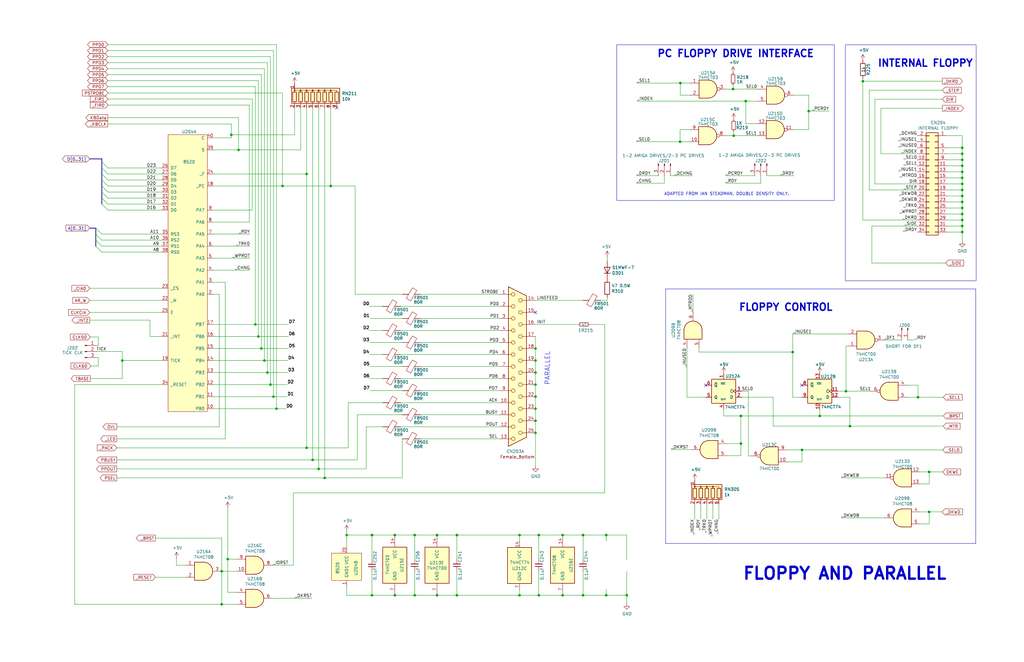
<source format=kicad_sch>
(kicad_sch (version 20230121) (generator eeschema)
  (paper "B")
  (title_block (title "AMIGA PCI") (date "2023-05-28") (rev "1"))
  (junction (at 363.855 34.29))
  (junction (at 219.075 225.806))
  (junction (at 219.075 251.206))
  (junction (at 129.286 73.406))
  (junction (at 108.966 141.986))
  (junction (at 225.806 182.626))
  (junction (at 264.287 251.206))
  (junction (at 314.452 42.672))
  (junction (at 391.795 216.027))
  (junction (at 227.203 251.206))
  (junction (at 405.765 69.977))
  (junction (at 237.236 225.806))
  (junction (at 96.012 235.966))
  (junction (at 309.372 57.277))
  (junction (at 405.765 92.837))
  (junction (at 184.277 251.206))
  (junction (at 286.766 59.817))
  (junction (at 139.446 78.486))
  (junction (at 405.765 77.597))
  (junction (at 112.776 157.226))
  (junction (at 110.236 147.066))
  (junction (at 387.096 167.64))
  (junction (at 225.806 177.546))
  (junction (at 405.765 67.437))
  (junction (at 405.765 82.677))
  (junction (at 192.659 225.806))
  (junction (at 184.277 225.806))
  (junction (at 225.806 167.386))
  (junction (at 255.651 251.206))
  (junction (at 312.42 175.514))
  (junction (at 405.765 90.297))
  (junction (at 334.264 148.59))
  (junction (at 114.046 162.306))
  (junction (at 345.694 175.514))
  (junction (at 174.879 225.806))
  (junction (at 405.765 64.897))
  (junction (at 338.201 189.865))
  (junction (at 405.765 72.517))
  (junction (at 358.394 179.832))
  (junction (at 51.562 152.146))
  (junction (at 192.659 251.206))
  (junction (at 245.872 251.206))
  (junction (at 107.696 136.906))
  (junction (at 356.743 165.1))
  (junction (at 156.845 225.806))
  (junction (at 225.806 157.226))
  (junction (at 146.177 225.806))
  (junction (at 97.536 56.896))
  (junction (at 227.203 225.806))
  (junction (at 286.893 35.052))
  (junction (at 134.366 197.866))
  (junction (at 93.472 241.046))
  (junction (at 119.126 78.486))
  (junction (at 131.826 194.056))
  (junction (at 93.472 255.016))
  (junction (at 166.497 225.806))
  (junction (at 225.806 172.466))
  (junction (at 116.586 172.466))
  (junction (at 245.872 225.806))
  (junction (at 405.765 62.357))
  (junction (at 405.765 80.137))
  (junction (at 225.806 162.306))
  (junction (at 100.584 63.246))
  (junction (at 166.497 251.206))
  (junction (at 309.118 37.592))
  (junction (at 115.316 167.386))
  (junction (at 405.765 95.377))
  (junction (at 312.42 187.198))
  (junction (at 405.765 97.917))
  (junction (at 156.845 251.206))
  (junction (at 225.806 147.066))
  (junction (at 405.765 85.217))
  (junction (at 136.906 201.676))
  (junction (at 405.765 87.757))
  (junction (at 340.995 46.863))
  (junction (at 225.806 152.146))
  (junction (at 129.286 188.976))
  (junction (at 391.795 199.136))
  (junction (at 237.236 251.206))
  (junction (at 174.879 251.206))
  (junction (at 111.506 152.146))
  (junction (at 255.651 225.806))
  (junction (at 405.765 75.057))
  (no_connect (at 141.986 45.466))
  (no_connect (at 297.561 162.56))
  (no_connect (at 338.074 162.56))
  (no_connect (at 225.806 131.826))
  (bus_entry (at 45.466 75.946) (size -2.54 -2.54))
  (bus_entry (at 45.466 70.866) (size -2.54 -2.54))
  (bus_entry (at 45.466 86.106) (size -2.54 -2.54))
  (bus_entry (at 45.466 73.406) (size -2.54 -2.54))
  (bus_entry (at 42.926 98.806) (size -2.54 -2.54))
  (bus_entry (at 42.926 106.426) (size -2.54 -2.54))
  (bus_entry (at 45.466 88.646) (size -2.54 -2.54))
  (bus_entry (at 45.466 78.486) (size -2.54 -2.54))
  (bus_entry (at 42.926 103.886) (size -2.54 -2.54))
  (bus_entry (at 45.466 81.026) (size -2.54 -2.54))
  (bus_entry (at 42.926 101.346) (size -2.54 -2.54))
  (bus_entry (at 45.466 83.566) (size -2.54 -2.54))
  (wire (pts (xy 399.415 75.057) (xy 405.765 75.057)))
  (wire (pts (xy 358.394 179.832) (xy 326.009 179.832)))
  (wire (pts (xy 371.475 64.897) (xy 371.475 45.72)))
  (wire (pts (xy 309.372 57.277) (xy 319.278 57.277)))
  (wire (pts (xy 93.472 241.046) (xy 93.472 255.016)))
  (wire (pts (xy 306.07 57.277) (xy 309.372 57.277)))
  (wire (pts (xy 155.956 159.766) (xy 161.29 159.766)))
  (wire (pts (xy 280.162 74.168) (xy 280.162 77.343)))
  (wire (pts (xy 256.032 125.476) (xy 256.032 126.746)))
  (wire (pts (xy 280.162 77.343) (xy 268.351 77.343)))
  (wire (pts (xy 331.978 194.945) (xy 338.201 194.945)))
  (wire (pts (xy 45.466 23.876) (xy 114.046 23.876)))
  (wire (pts (xy 405.765 95.377) (xy 405.765 97.917)))
  (wire (pts (xy 41.402 150.876) (xy 40.894 150.876)))
  (bus (pts (xy 42.926 68.326) (xy 42.926 70.866)))
  (wire (pts (xy 123.698 208.026) (xy 255.016 208.026)))
  (wire (pts (xy 139.446 45.466) (xy 139.446 78.486)))
  (wire (pts (xy 45.466 70.866) (xy 68.326 70.866)))
  (wire (pts (xy 399.415 85.217) (xy 405.765 85.217)))
  (wire (pts (xy 154.432 180.086) (xy 154.432 197.866)))
  (wire (pts (xy 177.292 164.846) (xy 210.566 164.846)))
  (wire (pts (xy 89.916 58.166) (xy 97.536 58.166)))
  (wire (pts (xy 107.696 136.906) (xy 121.666 136.906)))
  (wire (pts (xy 110.236 147.066) (xy 89.916 147.066)))
  (wire (pts (xy 255.651 248.666) (xy 255.651 251.206)))
  (wire (pts (xy 161.29 180.086) (xy 154.432 180.086)))
  (wire (pts (xy 334.264 140.97) (xy 334.264 148.59)))
  (wire (pts (xy 334.264 167.64) (xy 334.264 148.59)))
  (wire (pts (xy 106.426 88.646) (xy 89.916 88.646)))
  (wire (pts (xy 399.415 82.677) (xy 405.765 82.677)))
  (wire (pts (xy 399.415 64.897) (xy 405.765 64.897)))
  (wire (pts (xy 227.203 251.206) (xy 237.236 251.206)))
  (wire (pts (xy 45.466 34.036) (xy 108.966 34.036)))
  (wire (pts (xy 386.715 77.597) (xy 368.935 77.597)))
  (wire (pts (xy 382.778 143.51) (xy 385.699 143.51)))
  (wire (pts (xy 405.765 69.977) (xy 405.765 72.517)))
  (wire (pts (xy 97.536 58.166) (xy 97.536 56.896)))
  (wire (pts (xy 49.276 188.976) (xy 129.286 188.976)))
  (wire (pts (xy 124.206 56.896) (xy 97.536 56.896)))
  (wire (pts (xy 282.702 74.168) (xy 291.973 74.168)))
  (wire (pts (xy 286.766 59.817) (xy 290.83 59.817)))
  (wire (pts (xy 312.42 175.514) (xy 305.181 175.514)))
  (wire (pts (xy 38.1 159.766) (xy 51.562 159.766)))
  (wire (pts (xy 169.672 185.166) (xy 169.672 201.676)))
  (wire (pts (xy 312.42 187.198) (xy 312.42 175.514)))
  (wire (pts (xy 391.795 221.107) (xy 391.795 216.027)))
  (wire (pts (xy 108.966 34.036) (xy 108.966 141.986)))
  (wire (pts (xy 399.415 80.137) (xy 405.765 80.137)))
  (wire (pts (xy 105.156 44.323) (xy 45.593 44.323)))
  (wire (pts (xy 368.935 41.91) (xy 397.383 41.91)))
  (bus (pts (xy 37.846 96.266) (xy 40.386 96.266)))
  (wire (pts (xy 168.91 159.766) (xy 210.566 159.766)))
  (wire (pts (xy 63.246 135.128) (xy 37.846 135.128)))
  (wire (pts (xy 405.765 67.437) (xy 405.765 69.977)))
  (wire (pts (xy 334.518 54.737) (xy 340.995 54.737)))
  (wire (pts (xy 366.522 80.137) (xy 366.522 38.1)))
  (wire (pts (xy 300.609 212.725) (xy 300.609 219.075)))
  (wire (pts (xy 340.995 46.863) (xy 340.995 40.132)))
  (bus (pts (xy 40.386 101.346) (xy 40.386 103.886)))
  (wire (pts (xy 309.372 55.499) (xy 309.372 57.277)))
  (wire (pts (xy 399.415 77.597) (xy 405.765 77.597)))
  (wire (pts (xy 306.578 187.198) (xy 312.42 187.198)))
  (wire (pts (xy 45.466 73.406) (xy 68.326 73.406)))
  (wire (pts (xy 286.893 35.052) (xy 290.957 35.052)))
  (wire (pts (xy 89.916 93.726) (xy 105.156 93.726)))
  (wire (pts (xy 96.012 235.966) (xy 96.012 249.936)))
  (wire (pts (xy 124.206 45.466) (xy 124.206 56.896)))
  (wire (pts (xy 114.046 23.876) (xy 114.046 162.306)))
  (wire (pts (xy 31.496 255.016) (xy 31.496 162.306)))
  (wire (pts (xy 65.532 227.076) (xy 93.472 227.076)))
  (wire (pts (xy 96.012 214.376) (xy 96.012 235.966)))
  (wire (pts (xy 405.765 72.517) (xy 405.765 75.057)))
  (wire (pts (xy 192.659 251.206) (xy 219.075 251.206)))
  (wire (pts (xy 306.578 192.278) (xy 312.42 192.278)))
  (wire (pts (xy 326.009 179.832) (xy 326.009 167.64)))
  (wire (pts (xy 363.855 33.147) (xy 363.855 34.29)))
  (wire (pts (xy 97.536 56.896) (xy 97.536 52.324)))
  (wire (pts (xy 253.365 126.746) (xy 256.032 126.746)))
  (wire (pts (xy 42.926 106.426) (xy 68.326 106.426)))
  (wire (pts (xy 174.879 251.206) (xy 184.277 251.206)))
  (wire (pts (xy 334.264 148.59) (xy 294.767 148.59)))
  (wire (pts (xy 45.593 41.783) (xy 106.426 41.783)))
  (wire (pts (xy 255.651 225.806) (xy 255.651 228.346)))
  (wire (pts (xy 225.806 167.386) (xy 225.806 172.466)))
  (wire (pts (xy 41.402 154.432) (xy 38.354 154.432)))
  (wire (pts (xy 146.812 169.926) (xy 146.812 188.976)))
  (wire (pts (xy 219.075 225.806) (xy 219.075 228.473)))
  (wire (pts (xy 177.292 124.206) (xy 210.566 124.206)))
  (wire (pts (xy 386.715 64.897) (xy 371.475 64.897)))
  (wire (pts (xy 45.466 26.416) (xy 112.776 26.416)))
  (wire (pts (xy 41.402 145.796) (xy 40.894 145.796)))
  (wire (pts (xy 184.277 225.806) (xy 192.659 225.806)))
  (wire (pts (xy 146.177 251.206) (xy 146.177 247.396)))
  (wire (pts (xy 405.765 92.837) (xy 405.765 95.377)))
  (wire (pts (xy 315.595 192.405) (xy 316.738 192.405)))
  (wire (pts (xy 121.666 141.986) (xy 108.966 141.986)))
  (wire (pts (xy 177.292 144.526) (xy 210.566 144.526)))
  (wire (pts (xy 318.262 74.168) (xy 305.943 74.168)))
  (wire (pts (xy 49.276 201.676) (xy 136.906 201.676)))
  (wire (pts (xy 340.995 40.132) (xy 334.645 40.132)))
  (wire (pts (xy 289.687 146.939) (xy 289.687 167.64)))
  (wire (pts (xy 97.536 52.324) (xy 45.466 52.324)))
  (wire (pts (xy 371.475 45.72) (xy 397.383 45.72)))
  (wire (pts (xy 169.672 201.676) (xy 136.906 201.676)))
  (wire (pts (xy 155.956 164.846) (xy 169.672 164.846)))
  (wire (pts (xy 225.806 157.226) (xy 225.806 162.306)))
  (wire (pts (xy 387.096 167.64) (xy 397.764 167.64)))
  (wire (pts (xy 405.765 82.677) (xy 405.765 85.217)))
  (wire (pts (xy 74.422 235.585) (xy 74.422 238.506)))
  (wire (pts (xy 382.524 167.64) (xy 387.096 167.64)))
  (wire (pts (xy 68.326 75.946) (xy 45.466 75.946)))
  (wire (pts (xy 121.666 147.066) (xy 110.236 147.066)))
  (wire (pts (xy 353.314 167.64) (xy 358.394 167.64)))
  (wire (pts (xy 112.776 157.226) (xy 89.916 157.226)))
  (wire (pts (xy 399.415 69.977) (xy 405.765 69.977)))
  (wire (pts (xy 63.246 141.986) (xy 63.246 135.128)))
  (wire (pts (xy 116.586 18.796) (xy 116.586 172.466)))
  (wire (pts (xy 146.812 169.926) (xy 161.29 169.926)))
  (wire (pts (xy 312.42 192.278) (xy 312.42 187.198)))
  (wire (pts (xy 168.91 129.286) (xy 210.566 129.286)))
  (bus (pts (xy 42.926 83.566) (xy 42.926 86.106)))
  (wire (pts (xy 391.795 204.216) (xy 391.795 199.136)))
  (wire (pts (xy 177.292 154.686) (xy 210.566 154.686)))
  (wire (pts (xy 338.201 189.865) (xy 397.51 189.865)))
  (wire (pts (xy 51.562 152.146) (xy 68.326 152.146)))
  (wire (pts (xy 166.497 251.206) (xy 174.879 251.206)))
  (wire (pts (xy 399.415 87.757) (xy 405.765 87.757)))
  (wire (pts (xy 405.765 64.897) (xy 405.765 67.437)))
  (wire (pts (xy 105.156 93.726) (xy 105.156 44.323)))
  (wire (pts (xy 89.916 63.246) (xy 100.584 63.246)))
  (wire (pts (xy 312.801 165.1) (xy 315.595 165.1)))
  (wire (pts (xy 45.466 78.486) (xy 68.326 78.486)))
  (wire (pts (xy 268.351 59.817) (xy 286.766 59.817)))
  (wire (pts (xy 225.806 182.626) (xy 225.806 196.596)))
  (wire (pts (xy 149.733 78.486) (xy 149.733 124.206)))
  (bus (pts (xy 40.386 98.806) (xy 40.386 101.346)))
  (wire (pts (xy 340.995 46.863) (xy 340.995 54.737)))
  (wire (pts (xy 68.326 131.826) (xy 37.846 131.826)))
  (wire (pts (xy 264.287 225.806) (xy 255.651 225.806)))
  (wire (pts (xy 156.845 241.173) (xy 156.845 251.206)))
  (wire (pts (xy 255.016 136.906) (xy 255.016 208.026)))
  (wire (pts (xy 42.926 101.346) (xy 68.326 101.346)))
  (wire (pts (xy 345.694 172.72) (xy 345.694 175.514)))
  (wire (pts (xy 192.659 225.806) (xy 219.075 225.806)))
  (wire (pts (xy 115.316 167.386) (xy 121.158 167.386)))
  (wire (pts (xy 31.496 255.016) (xy 93.472 255.016)))
  (wire (pts (xy 154.432 197.866) (xy 134.366 197.866)))
  (wire (pts (xy 345.694 175.514) (xy 397.764 175.514)))
  (wire (pts (xy 314.452 42.672) (xy 314.452 52.197)))
  (wire (pts (xy 399.415 57.277) (xy 405.765 57.277)))
  (wire (pts (xy 89.916 114.046) (xy 105.41 114.046)))
  (wire (pts (xy 68.326 141.986) (xy 63.246 141.986)))
  (wire (pts (xy 399.415 72.517) (xy 405.765 72.517)))
  (wire (pts (xy 255.651 225.806) (xy 245.872 225.806)))
  (wire (pts (xy 237.236 225.806) (xy 245.872 225.806)))
  (wire (pts (xy 387.096 162.56) (xy 387.096 167.64)))
  (wire (pts (xy 399.415 90.297) (xy 405.765 90.297)))
  (wire (pts (xy 155.829 139.446) (xy 161.29 139.446)))
  (wire (pts (xy 368.935 77.597) (xy 368.935 41.91)))
  (wire (pts (xy 92.456 180.086) (xy 92.456 124.206)))
  (wire (pts (xy 225.806 162.306) (xy 225.806 167.386)))
  (bus (pts (xy 42.926 75.946) (xy 42.926 78.486)))
  (wire (pts (xy 292.989 212.725) (xy 292.989 219.075)))
  (wire (pts (xy 225.806 172.466) (xy 225.806 177.546)))
  (wire (pts (xy 338.201 194.945) (xy 338.201 189.865)))
  (wire (pts (xy 155.956 154.686) (xy 169.672 154.686)))
  (wire (pts (xy 366.522 38.1) (xy 397.383 38.1)))
  (wire (pts (xy 294.767 148.59) (xy 294.767 146.939)))
  (wire (pts (xy 107.696 36.576) (xy 107.696 136.906)))
  (wire (pts (xy 93.472 241.046) (xy 99.822 241.046)))
  (wire (pts (xy 168.91 149.606) (xy 210.566 149.606)))
  (wire (pts (xy 134.366 45.466) (xy 134.366 197.866)))
  (wire (pts (xy 174.879 235.966) (xy 174.879 225.806)))
  (wire (pts (xy 354.711 201.676) (xy 372.872 201.676)))
  (wire (pts (xy 386.715 95.377) (xy 367.665 95.377)))
  (wire (pts (xy 248.793 136.906) (xy 255.016 136.906)))
  (wire (pts (xy 405.765 62.357) (xy 405.765 64.897)))
  (wire (pts (xy 96.012 249.936) (xy 99.822 249.936)))
  (wire (pts (xy 320.802 74.168) (xy 320.802 77.343)))
  (wire (pts (xy 399.415 97.917) (xy 405.765 97.917)))
  (wire (pts (xy 356.743 146.05) (xy 356.743 165.1)))
  (wire (pts (xy 92.456 124.206) (xy 89.916 124.206)))
  (wire (pts (xy 126.746 45.466) (xy 126.746 63.246)))
  (wire (pts (xy 94.996 185.166) (xy 49.276 185.166)))
  (wire (pts (xy 388.112 221.107) (xy 391.795 221.107)))
  (wire (pts (xy 111.506 152.146) (xy 121.412 152.146)))
  (wire (pts (xy 108.966 141.986) (xy 89.916 141.986)))
  (wire (pts (xy 45.466 28.956) (xy 111.506 28.956)))
  (wire (pts (xy 99.822 255.016) (xy 93.472 255.016)))
  (wire (pts (xy 174.879 241.046) (xy 174.879 251.206)))
  (wire (pts (xy 367.665 95.377) (xy 367.665 110.998)))
  (wire (pts (xy 156.845 225.806) (xy 166.497 225.806)))
  (wire (pts (xy 264.287 241.173) (xy 264.287 251.206)))
  (wire (pts (xy 99.822 235.966) (xy 96.012 235.966)))
  (wire (pts (xy 123.698 238.506) (xy 123.698 208.026)))
  (wire (pts (xy 40.894 148.336) (xy 51.562 148.336)))
  (wire (pts (xy 129.286 73.406) (xy 129.286 188.976)))
  (wire (pts (xy 174.879 225.806) (xy 184.277 225.806)))
  (wire (pts (xy 45.466 88.646) (xy 68.326 88.646)))
  (wire (pts (xy 298.069 212.725) (xy 298.069 219.075)))
  (wire (pts (xy 68.326 81.026) (xy 45.466 81.026)))
  (wire (pts (xy 41.402 154.432) (xy 41.402 150.876)))
  (wire (pts (xy 93.472 227.076) (xy 93.472 241.046)))
  (wire (pts (xy 156.845 236.093) (xy 156.845 225.806)))
  (wire (pts (xy 177.292 134.366) (xy 210.566 134.366)))
  (wire (pts (xy 192.659 241.046) (xy 192.659 251.206)))
  (bus (pts (xy 40.386 96.266) (xy 40.386 98.806)))
  (wire (pts (xy 225.806 152.146) (xy 225.806 157.226)))
  (wire (pts (xy 225.806 147.066) (xy 225.806 152.146)))
  (wire (pts (xy 45.593 39.243) (xy 119.126 39.243)))
  (wire (pts (xy 114.046 162.306) (xy 89.916 162.306)))
  (wire (pts (xy 112.776 157.226) (xy 121.412 157.226)))
  (wire (pts (xy 131.826 45.466) (xy 131.826 194.056)))
  (wire (pts (xy 405.765 97.917) (xy 405.765 101.727)))
  (wire (pts (xy 31.496 162.306) (xy 68.326 162.306)))
  (wire (pts (xy 245.872 235.966) (xy 245.872 225.806)))
  (wire (pts (xy 155.956 134.366) (xy 169.672 134.366)))
  (wire (pts (xy 314.452 52.197) (xy 319.278 52.197)))
  (wire (pts (xy 41.402 142.24) (xy 41.402 145.796)))
  (wire (pts (xy 166.497 225.806) (xy 174.879 225.806)))
  (wire (pts (xy 156.845 251.206) (xy 166.497 251.206)))
  (wire (pts (xy 391.795 216.027) (xy 388.112 216.027)))
  (wire (pts (xy 49.276 197.866) (xy 134.366 197.866)))
  (wire (pts (xy 399.415 62.357) (xy 405.765 62.357)))
  (wire (pts (xy 41.402 142.24) (xy 38.1 142.24)))
  (wire (pts (xy 264.287 254.635) (xy 264.287 251.206)))
  (wire (pts (xy 405.765 87.757) (xy 405.765 90.297)))
  (wire (pts (xy 146.812 188.976) (xy 129.286 188.976)))
  (wire (pts (xy 334.899 74.168) (xy 323.342 74.168)))
  (wire (pts (xy 255.651 251.206) (xy 245.872 251.206)))
  (wire (pts (xy 309.118 35.814) (xy 309.118 37.592)))
  (wire (pts (xy 256.032 108.458) (xy 256.032 110.236)))
  (wire (pts (xy 149.733 124.206) (xy 169.672 124.206)))
  (wire (pts (xy 386.715 80.137) (xy 366.522 80.137)))
  (wire (pts (xy 45.466 31.496) (xy 110.236 31.496)))
  (wire (pts (xy 268.478 35.052) (xy 286.893 35.052)))
  (wire (pts (xy 116.586 172.466) (xy 89.916 172.466)))
  (wire (pts (xy 89.916 119.126) (xy 94.996 119.126)))
  (wire (pts (xy 405.765 77.597) (xy 405.765 80.137)))
  (wire (pts (xy 115.316 167.386) (xy 89.916 167.386)))
  (wire (pts (xy 399.415 67.437) (xy 405.765 67.437)))
  (wire (pts (xy 116.586 172.466) (xy 120.65 172.466)))
  (wire (pts (xy 37.846 121.666) (xy 68.326 121.666)))
  (wire (pts (xy 51.562 148.336) (xy 51.562 152.146)))
  (wire (pts (xy 219.075 251.206) (xy 227.203 251.206)))
  (wire (pts (xy 45.466 83.566) (xy 68.326 83.566)))
  (wire (pts (xy 363.855 34.29) (xy 397.383 34.29)))
  (wire (pts (xy 290.957 40.132) (xy 286.893 40.132)))
  (wire (pts (xy 107.696 136.906) (xy 89.916 136.906)))
  (wire (pts (xy 353.314 165.1) (xy 356.743 165.1)))
  (wire (pts (xy 227.203 225.806) (xy 237.236 225.806)))
  (wire (pts (xy 372.745 143.51) (xy 380.238 143.51)))
  (wire (pts (xy 42.926 98.806) (xy 68.326 98.806)))
  (wire (pts (xy 51.562 159.766) (xy 51.562 152.146)))
  (wire (pts (xy 49.276 180.086) (xy 92.456 180.086)))
  (wire (pts (xy 225.806 136.906) (xy 243.713 136.906)))
  (wire (pts (xy 155.829 129.286) (xy 161.29 129.286)))
  (wire (pts (xy 382.524 162.56) (xy 387.096 162.56)))
  (wire (pts (xy 295.529 212.725) (xy 295.529 219.075)))
  (wire (pts (xy 177.292 185.166) (xy 210.566 185.166)))
  (wire (pts (xy 177.292 175.006) (xy 210.566 175.006)))
  (wire (pts (xy 89.916 152.146) (xy 111.506 152.146)))
  (wire (pts (xy 225.806 141.986) (xy 225.806 147.066)))
  (wire (pts (xy 331.978 189.865) (xy 338.201 189.865)))
  (wire (pts (xy 225.806 177.546) (xy 225.806 182.626)))
  (bus (pts (xy 42.926 73.406) (xy 42.926 75.946)))
  (wire (pts (xy 388.112 199.136) (xy 391.795 199.136)))
  (wire (pts (xy 227.203 235.966) (xy 227.203 225.806)))
  (wire (pts (xy 237.236 251.206) (xy 245.872 251.206)))
  (wire (pts (xy 156.845 225.806) (xy 146.177 225.806)))
  (wire (pts (xy 405.765 75.057) (xy 405.765 77.597)))
  (wire (pts (xy 115.316 21.336) (xy 115.316 167.386)))
  (wire (pts (xy 345.694 175.514) (xy 312.42 175.514)))
  (wire (pts (xy 268.605 42.672) (xy 314.452 42.672)))
  (wire (pts (xy 112.776 26.416) (xy 112.776 157.226)))
  (wire (pts (xy 268.351 74.168) (xy 277.622 74.168)))
  (wire (pts (xy 292.227 124.206) (xy 292.227 131.699)))
  (wire (pts (xy 397.256 216.027) (xy 391.795 216.027)))
  (wire (pts (xy 89.916 78.486) (xy 119.126 78.486)))
  (wire (pts (xy 405.765 90.297) (xy 405.765 92.837)))
  (wire (pts (xy 219.075 225.806) (xy 227.203 225.806)))
  (wire (pts (xy 356.743 146.05) (xy 357.505 146.05)))
  (wire (pts (xy 146.177 225.806) (xy 146.177 230.886)))
  (wire (pts (xy 399.415 95.377) (xy 405.765 95.377)))
  (wire (pts (xy 340.995 46.863) (xy 349.631 46.863)))
  (wire (pts (xy 150.622 175.006) (xy 169.672 175.006)))
  (bus (pts (xy 42.926 81.026) (xy 42.926 83.566)))
  (wire (pts (xy 45.466 36.576) (xy 107.696 36.576)))
  (bus (pts (xy 42.926 78.486) (xy 42.926 81.026)))
  (wire (pts (xy 338.074 167.64) (xy 334.264 167.64)))
  (wire (pts (xy 45.466 18.796) (xy 116.586 18.796)))
  (wire (pts (xy 319.405 42.672) (xy 314.452 42.672)))
  (wire (pts (xy 289.687 167.64) (xy 297.561 167.64)))
  (wire (pts (xy 358.394 179.832) (xy 397.764 179.832)))
  (wire (pts (xy 106.426 41.783) (xy 106.426 88.646)))
  (wire (pts (xy 315.595 165.1) (xy 315.595 192.405)))
  (wire (pts (xy 399.415 92.837) (xy 405.765 92.837)))
  (wire (pts (xy 94.996 119.126) (xy 94.996 185.166)))
  (wire (pts (xy 139.446 78.486) (xy 149.733 78.486)))
  (wire (pts (xy 225.806 126.746) (xy 245.745 126.746)))
  (wire (pts (xy 68.326 86.106) (xy 45.466 86.106)))
  (wire (pts (xy 405.765 57.277) (xy 405.765 62.357)))
  (wire (pts (xy 74.422 238.506) (xy 78.232 238.506)))
  (wire (pts (xy 264.287 236.093) (xy 264.287 225.806)))
  (wire (pts (xy 110.236 31.496) (xy 110.236 147.066)))
  (wire (pts (xy 320.802 77.343) (xy 305.943 77.343)))
  (wire (pts (xy 219.075 251.206) (xy 219.075 248.793)))
  (wire (pts (xy 168.91 169.926) (xy 210.566 169.926)))
  (bus (pts (xy 42.926 70.866) (xy 42.926 73.406)))
  (wire (pts (xy 89.916 103.886) (xy 105.41 103.886)))
  (wire (pts (xy 136.906 45.466) (xy 136.906 201.676)))
  (wire (pts (xy 286.766 54.737) (xy 286.766 59.817)))
  (wire (pts (xy 150.622 194.056) (xy 131.826 194.056)))
  (wire (pts (xy 89.916 73.406) (xy 129.286 73.406)))
  (wire (pts (xy 290.83 54.737) (xy 286.766 54.737)))
  (wire (pts (xy 356.743 165.1) (xy 367.284 165.1)))
  (wire (pts (xy 303.149 212.725) (xy 303.149 219.075)))
  (wire (pts (xy 100.584 63.246) (xy 100.584 49.657)))
  (wire (pts (xy 282.956 189.738) (xy 291.338 189.738)))
  (wire (pts (xy 245.872 241.046) (xy 245.872 251.206)))
  (wire (pts (xy 168.91 139.446) (xy 210.566 139.446)))
  (wire (pts (xy 367.665 110.998) (xy 398.78 110.998)))
  (wire (pts (xy 388.112 204.216) (xy 391.795 204.216)))
  (wire (pts (xy 119.126 39.243) (xy 119.126 78.486)))
  (wire (pts (xy 45.466 49.657) (xy 100.584 49.657)))
  (wire (pts (xy 286.893 40.132) (xy 286.893 35.052)))
  (wire (pts (xy 115.062 252.476) (xy 131.572 252.476)))
  (wire (pts (xy 45.466 21.336) (xy 115.316 21.336)))
  (wire (pts (xy 115.062 238.506) (xy 123.698 238.506)))
  (wire (pts (xy 65.532 243.586) (xy 78.232 243.586)))
  (wire (pts (xy 227.203 241.046) (xy 227.203 251.206)))
  (wire (pts (xy 156.845 251.206) (xy 146.177 251.206)))
  (wire (pts (xy 405.765 80.137) (xy 405.765 82.677)))
  (wire (pts (xy 192.659 235.966) (xy 192.659 225.806)))
  (wire (pts (xy 334.264 140.97) (xy 357.505 140.97)))
  (wire (pts (xy 386.715 92.837) (xy 363.855 92.837)))
  (wire (pts (xy 305.181 175.514) (xy 305.181 172.72)))
  (wire (pts (xy 326.009 167.64) (xy 312.801 167.64)))
  (wire (pts (xy 119.126 78.486) (xy 139.446 78.486)))
  (wire (pts (xy 306.197 37.592) (xy 309.118 37.592)))
  (wire (pts (xy 391.795 199.136) (xy 397.51 199.136)))
  (wire (pts (xy 405.765 85.217) (xy 405.765 87.757)))
  (wire (pts (xy 358.394 167.64) (xy 358.394 179.832)))
  (wire (pts (xy 155.829 149.606) (xy 161.29 149.606)))
  (wire (pts (xy 184.277 251.206) (xy 192.659 251.206)))
  (bus (pts (xy 42.926 67.056) (xy 37.846 67.056)))
  (wire (pts (xy 89.916 98.806) (xy 105.41 98.806)))
  (wire (pts (xy 111.506 28.956) (xy 111.506 152.146)))
  (wire (pts (xy 155.829 144.526) (xy 169.672 144.526)))
  (bus (pts (xy 42.926 67.056) (xy 42.926 68.326)))
  (wire (pts (xy 168.91 180.086) (xy 210.566 180.086)))
  (wire (pts (xy 49.276 194.056) (xy 131.826 194.056)))
  (wire (pts (xy 100.584 63.246) (xy 126.746 63.246)))
  (wire (pts (xy 89.916 108.966) (xy 105.41 108.966)))
  (wire (pts (xy 37.846 126.746) (xy 68.326 126.746)))
  (wire (pts (xy 309.118 37.592) (xy 319.405 37.592)))
  (wire (pts (xy 264.287 251.206) (xy 255.651 251.206)))
  (wire (pts (xy 129.286 45.466) (xy 129.286 73.406)))
  (wire (pts (xy 150.622 175.006) (xy 150.622 194.056)))
  (wire (pts (xy 363.855 34.29) (xy 363.855 92.837)))
  (wire (pts (xy 68.326 103.886) (xy 42.926 103.886)))
  (wire (pts (xy 114.046 162.306) (xy 121.158 162.306)))
  (wire (pts (xy 354.711 218.567) (xy 372.872 218.567)))
  (wire (pts (xy 146.177 224.155) (xy 146.177 225.806)))
  (rectangle (start 280.67 121.92) (end 411.48 229.362))
  (rectangle (start 260.096 18.923) (end 351.79 84.582))
  (rectangle (start 356.489 18.923) (end 411.607 118.491))
  (text "FLOPPY AND PARALLEL" (at 312.928 245.11 0) (effects (font (size 5.0038 5.0038) (thickness 1.0008) bold) (justify left bottom)))
  (text "PC FLOPPY DRIVE INTERFACE" (at 276.987 24.511 0) (effects (font (size 3 3) (thickness 0.6) bold) (justify left bottom)))
  (text "ADAPTED FROM IAN STEADMAN. DOUBLE DENSITY ONLY." (at 280.035 82.677 0) (effects (font (size 1.27 1.27)) (justify left bottom)))
  (text "INTERNAL FLOPPY" (at 369.951 28.575 0) (effects (font (size 3 3) (thickness 0.6) bold) (justify left bottom)))
  (text "PARALLEL" (at 232.029 148.336 90) (effects (font (size 2.0066 2.0066)) (justify right bottom)))
  (text "FLOPPY CONTROL" (at 311.404 131.572 0) (effects (font (size 3 3) bold) (justify left bottom)))
  (label "D1" (at 155.956 134.366 180) (effects (font bold)))
  (label "D4" (at 155.829 149.606 180) (effects (font bold)))
  (label "_TRK0" (at 386.715 87.757 180))
  (label "_TRK0" (at 298.069 219.075 270))
  (label "_DKRST" (at 131.572 252.476 180) (effects (font (size 1.2954 1.2954))))
  (label "_INDEX" (at 268.605 42.672 0))
  (label "LINEFEED" (at 226.314 126.746 0))
  (label "D2" (at 155.829 139.446 180) (effects (font bold)))
  (label "SEL1" (at 367.284 165.1 180))
  (label "_DRDY" (at 386.715 97.917 180))
  (label "_SEL1" (at 386.715 69.977 180))
  (label "D7" (at 121.666 136.906 0) (effects (font bold)))
  (label "PD1" (at 210.566 134.366 180))
  (label "_SEL0" (at 268.351 59.817 0))
  (label "A10" (at 67.056 101.346 180) (effects (font (size 1.2954 1.2954))))
  (label "D20" (at 65.786 78.486 180) (effects (font (size 1.2954 1.2954))))
  (label "PD6" (at 210.058 159.766 180))
  (label "_IORST" (at 115.062 238.506 0))
  (label "D21" (at 65.786 75.946 180) (effects (font (size 1.2954 1.2954))))
  (label "D3" (at 121.412 157.226 0) (effects (font bold)))
  (label "SEL" (at 209.804 185.166 180))
  (label "_DKRST" (at 282.956 189.738 0) (effects (font (size 1.2954 1.2954))))
  (label "_STEP" (at 386.715 80.137 180))
  (label "_CHNG" (at 105.41 114.046 180))
  (label "_DRDY" (at 268.351 74.168 0))
  (label "PD7" (at 209.931 164.846 180))
  (label "D16" (at 65.786 88.646 180) (effects (font (size 1.2954 1.2954))))
  (label "D2" (at 121.158 162.306 0) (effects (font bold)))
  (label "_DKWEB" (at 354.711 201.676 0))
  (label "A9" (at 67.056 103.886 180) (effects (font (size 1.2954 1.2954))))
  (label "_DKRD" (at 386.715 92.837 180))
  (label "_MTROD" (at 292.227 124.206 270))
  (label "_WPROT" (at 300.609 219.075 270))
  (label "BUSY" (at 209.804 175.006 180))
  (label "PD2" (at 210.566 139.446 180))
  (label "D6" (at 121.666 141.986 0) (effects (font bold)))
  (label "PD3" (at 210.312 144.526 180))
  (label "_MTROD" (at 386.715 75.057 180))
  (label "_RDY" (at 305.943 77.343 0))
  (label "PD5" (at 210.058 154.686 180))
  (label "_RDY" (at 295.529 219.075 270))
  (label "_INUSE1" (at 386.715 59.817 180))
  (label "_SEL0" (at 386.715 67.437 180))
  (label "STROBE" (at 210.312 124.206 180))
  (label "_DCHNG" (at 386.715 57.277 180))
  (label "D0" (at 155.829 129.286 180) (effects (font bold)))
  (label "PD0" (at 210.439 129.286 180))
  (label "_INUSE1" (at 386.715 72.517 180))
  (label "_CHNG" (at 303.149 219.075 270))
  (label "D4" (at 121.412 152.146 0) (effects (font bold)))
  (label "_DCHNG" (at 291.973 74.168 180))
  (label "_INUSE0" (at 386.715 62.357 180))
  (label "_INDEX" (at 292.989 219.075 270))
  (label "INIT" (at 226.314 136.906 0))
  (label "D5" (at 121.666 147.066 0) (effects (font bold)))
  (label "_DKWEB" (at 386.715 85.217 180))
  (label "_INDEX" (at 386.715 64.897 180))
  (label "D22" (at 65.786 73.406 180) (effects (font (size 1.2954 1.2954))))
  (label "D19" (at 65.786 81.026 180) (effects (font (size 1.2954 1.2954))))
  (label "_WPROT" (at 105.41 108.966 180))
  (label "_INUSE0" (at 289.687 146.939 270))
  (label "_PCRDY" (at 349.631 46.863 180))
  (label "_DKWDB" (at 354.711 218.567 0))
  (label "A11" (at 67.056 98.806 180) (effects (font (size 1.2954 1.2954))))
  (label "_WPROT" (at 386.715 90.297 180))
  (label "D23" (at 65.786 70.866 180) (effects (font (size 1.2954 1.2954))))
  (label "SEL0" (at 312.801 165.1 0))
  (label "_DRDY" (at 334.899 74.168 180))
  (label "_SEL1" (at 268.478 35.052 0))
  (label "_CHNG" (at 268.351 77.343 0))
  (label "_RDY" (at 105.41 98.806 180))
  (label "D0" (at 120.65 172.466 0) (effects (font bold)))
  (label "PD4" (at 210.185 149.606 180))
  (label "_INUSE1" (at 334.264 140.97 0))
  (label "_SIDE" (at 386.715 95.377 180))
  (label "POUT" (at 209.931 180.086 180))
  (label "D17" (at 65.786 86.106 180) (effects (font (size 1.2954 1.2954))))
  (label "D1" (at 121.158 167.386 0) (effects (font bold)))
  (label "D18" (at 65.786 83.566 180) (effects (font (size 1.2954 1.2954))))
  (label "A8" (at 67.056 106.426 180) (effects (font (size 1.2954 1.2954))))
  (label "D3" (at 155.829 144.526 180) (effects (font bold)))
  (label "SEL0" (at 319.278 37.592 180))
  (label "TICK" (at 44.958 148.336 180))
  (label "_TRK0" (at 105.41 103.886 180))
  (label "_RDY" (at 385.699 143.51 0))
  (label "SEL1" (at 319.151 57.277 180))
  (label "D7" (at 155.956 164.846 180) (effects (font bold)))
  (label "_PCRDY" (at 305.943 74.168 0))
  (label "_DF1" (at 372.745 143.51 0))
  (label "ACK" (at 209.931 169.926 180))
  (label "D5" (at 155.956 154.686 180) (effects (font bold)))
  (label "_DKWDB" (at 386.715 82.677 180))
  (label "D6" (at 155.956 159.766 180) (effects (font bold)))
  (label "DIR" (at 386.715 77.597 180))
  (global_label "PPOUT" (shape output) (at 49.276 197.866 180) (property "Intersheetrefs" "${INTERSHEET_REFS}" (at 40.2016 197.866 0) (effects (justify right))))
  (global_label "PPD0" (shape bidirectional) (at 45.466 18.796 180) (property "Intersheetrefs" "${INTERSHEET_REFS}" (at 36.4294 18.796 0) (effects (justify right))))
  (global_label "PPD5" (shape bidirectional) (at 45.466 31.496 180) (property "Intersheetrefs" "${INTERSHEET_REFS}" (at 36.4294 31.496 0) (effects (justify right))))
  (global_label "PPD3" (shape bidirectional) (at 45.466 26.416 180) (property "Intersheetrefs" "${INTERSHEET_REFS}" (at 36.4294 26.416 0) (effects (justify right))))
  (global_label "_FIR1" (shape input) (at 45.593 41.783 180) (property "Intersheetrefs" "${INTERSHEET_REFS}" (at 37.5467 41.783 0) (effects (justify right))))
  (global_label "TBASE" (shape output) (at 38.1 159.766 180) (property "Intersheetrefs" "${INTERSHEET_REFS}" (at 29.5095 159.766 0) (effects (justify right))))
  (global_label "PPD2" (shape bidirectional) (at 45.466 23.876 180) (property "Intersheetrefs" "${INTERSHEET_REFS}" (at 36.4294 23.876 0) (effects (justify right))))
  (global_label "CLK50" (shape input) (at 38.1 142.24 180) (property "Intersheetrefs" "${INTERSHEET_REFS}" (at 30.48 142.24 0) (effects (justify right))))
  (global_label "_SEL1" (shape input) (at 397.764 167.64 0) (property "Intersheetrefs" "${INTERSHEET_REFS}" (at 406.2335 167.64 0) (effects (justify left))))
  (global_label "_INDEX" (shape output) (at 397.383 45.72 0) (property "Intersheetrefs" "${INTERSHEET_REFS}" (at 406.8202 45.72 0) (effects (justify left))))
  (global_label "_STEP" (shape input) (at 397.383 38.1 0) (property "Intersheetrefs" "${INTERSHEET_REFS}" (at 405.8525 38.1 0) (effects (justify left))))
  (global_label "_CIA0" (shape input) (at 37.846 121.666 180) (property "Intersheetrefs" "${INTERSHEET_REFS}" (at 29.7997 121.666 0) (effects (justify right))))
  (global_label "_LED" (shape output) (at 49.276 185.166 180) (property "Intersheetrefs" "${INTERSHEET_REFS}" (at 41.9555 185.166 0) (effects (justify right))))
  (global_label "_RESET" (shape input) (at 65.532 243.586 180) (property "Intersheetrefs" "${INTERSHEET_REFS}" (at 55.9135 243.586 0) (effects (justify right))))
  (global_label "DIR" (shape input) (at 397.383 41.91 0) (property "Intersheetrefs" "${INTERSHEET_REFS}" (at 403.4336 41.91 0) (effects (justify left))))
  (global_label "A[0..31]" (shape input) (at 37.846 96.266 180) (property "Intersheetrefs" "${INTERSHEET_REFS}" (at 40.005 93.345 0) (effects (justify right))))
  (global_label "_SEL0" (shape input) (at 397.51 189.865 0) (property "Intersheetrefs" "${INTERSHEET_REFS}" (at 405.9795 189.865 0) (effects (justify left))))
  (global_label "_DKRD" (shape output) (at 397.383 34.29 0) (property "Intersheetrefs" "${INTERSHEET_REFS}" (at 406.3364 34.29 0) (effects (justify left))))
  (global_label "_PACK" (shape input) (at 49.276 188.976 180) (property "Intersheetrefs" "${INTERSHEET_REFS}" (at 40.504 188.976 0) (effects (justify right))))
  (global_label "_INT2" (shape output) (at 37.846 135.128 180) (property "Intersheetrefs" "${INTERSHEET_REFS}" (at 29.8602 135.128 0) (effects (justify right))))
  (global_label "_BRST" (shape output) (at 65.532 227.076 180) (property "Intersheetrefs" "${INTERSHEET_REFS}" (at 56.9415 227.076 0) (effects (justify right))))
  (global_label "_KBCLK" (shape output) (at 45.466 52.324 180) (property "Intersheetrefs" "${INTERSHEET_REFS}" (at 35.4845 52.324 0) (effects (justify right))))
  (global_label "PPD4" (shape bidirectional) (at 45.466 28.956 180) (property "Intersheetrefs" "${INTERSHEET_REFS}" (at 36.4294 28.956 0) (effects (justify right))))
  (global_label "PPD1" (shape bidirectional) (at 45.466 21.336 180) (property "Intersheetrefs" "${INTERSHEET_REFS}" (at 36.4294 21.336 0) (effects (justify right))))
  (global_label "PBUSY" (shape output) (at 49.276 194.056 180) (property "Intersheetrefs" "${INTERSHEET_REFS}" (at 40.2016 194.056 0) (effects (justify right))))
  (global_label "D[0..31]" (shape bidirectional) (at 37.846 67.056 180) (effects (font (size 1.2954 1.2954))) (property "Intersheetrefs" "${INTERSHEET_REFS}" (at 42.545 64.008 0) (effects (justify right))))
  (global_label "_SIDE" (shape input) (at 398.78 110.998 0) (property "Intersheetrefs" "${INTERSHEET_REFS}" (at 406.8867 110.998 0) (effects (justify left))))
  (global_label "CLK60" (shape input) (at 38.354 154.432 180) (property "Intersheetrefs" "${INTERSHEET_REFS}" (at 30.988 154.432 0) (effects (justify right))))
  (global_label "PSEL" (shape output) (at 49.276 201.676 180) (property "Intersheetrefs" "${INTERSHEET_REFS}" (at 41.7136 201.676 0) (effects (justify right))))
  (global_label "_DKWD" (shape input) (at 397.256 216.027 0) (property "Intersheetrefs" "${INTERSHEET_REFS}" (at 406.3908 216.027 0) (effects (justify left))))
  (global_label "PPD7" (shape bidirectional) (at 45.466 36.576 180) (property "Intersheetrefs" "${INTERSHEET_REFS}" (at 36.4294 36.576 0) (effects (justify right))))
  (global_label "CLKCIA" (shape input) (at 37.846 131.826 180) (property "Intersheetrefs" "${INTERSHEET_REFS}" (at 28.4087 131.826 0) (effects (justify right))))
  (global_label "PPD6" (shape bidirectional) (at 45.466 34.036 180) (property "Intersheetrefs" "${INTERSHEET_REFS}" (at 36.4294 34.036 0) (effects (justify right))))
  (global_label "OVL" (shape output) (at 49.276 180.086 180) (property "Intersheetrefs" "${INTERSHEET_REFS}" (at 42.923 180.086 0) (effects (justify right))))
  (global_label "_MTR" (shape input) (at 397.764 179.832 0) (property "Intersheetrefs" "${INTERSHEET_REFS}" (at 405.3264 179.832 0) (effects (justify left))))
  (global_label "DKWE" (shape input) (at 397.51 199.136 0) (property "Intersheetrefs" "${INTERSHEET_REFS}" (at 405.5562 199.136 0) (effects (justify left))))
  (global_label "KBData" (shape output) (at 45.466 49.657 180) (property "Intersheetrefs" "${INTERSHEET_REFS}" (at 35.7265 49.657 0) (effects (justify right))))
  (global_label "AR_W" (shape input) (at 37.846 126.746 180) (property "Intersheetrefs" "${INTERSHEET_REFS}" (at 42.164 124.333 0) (effects (justify right))))
  (global_label "_FIR0" (shape input) (at 45.593 44.323 180) (property "Intersheetrefs" "${INTERSHEET_REFS}" (at 37.5467 44.323 0) (effects (justify right))))
  (global_label "PSTROBE" (shape input) (at 45.593 39.243 180) (property "Intersheetrefs" "${INTERSHEET_REFS}" (at 34.2206 39.243 0) (effects (justify right))))
  (global_label "_BRST" (shape input) (at 397.764 175.514 0) (property "Intersheetrefs" "${INTERSHEET_REFS}" (at 406.3545 175.514 0) (effects (justify left))))
  (symbol (lib_id "AmigaPCI-Symbols:Ferrite_Bead") (at 165.1 169.926 270) (unit 1)
    (property "Reference" "FB501" (at 169.291 171.323 90))
    (property "Value" "80R" (at 168.021 173.2534 90))
    (property "Footprint" "Capacitor_SMD:C_0805_2012Metric" (effects hide))
    (instances (project "AmigaPCI Mainboard" (path "" (reference "FB501") (unit 1)) (path "" (reference "FB200") (unit 1)) (path "" (reference "FB212") (unit 1))) (project "2000ATX" (path "" (reference "FB401") (unit 1)) (path "" (reference "FB401") (unit 1))))
  )
  (symbol (lib_id "power:+5V") (at 345.694 157.48 0) (unit 1)
    (property "Reference" "#PWR0131" (effects hide))
    (property "Value" "+5V" (at 345.694 153.797 0))
    (instances (project "AmigaPCI Mainboard" (path "" (reference "#PWR0131") (unit 1))) (project "2000ATX" (path "" (reference "#PWR0373") (unit 1))))
  )
  (symbol (lib_id "Device:R_Network08") (at 134.366 40.386 0) (unit 1)
    (property "Reference" "RN211" (at 144.145 39.4716 0) (effects (justify left)))
    (property "Value" "10k" (at 144.145 41.783 0) (effects (justify left)))
    (property "Footprint" "Resistor_THT:R_Array_SIP9" (effects hide))
    (property "Datasheet" "http://www.vishay.com/docs/31509/csc.pdf" (effects hide))
    (instances (project "AmigaPCI Mainboard" (path "" (reference "RN211") (unit 1))) (project "2000ATX" (path "" (reference "RN300") (unit 1))))
  )
  (symbol (lib_id "Diode:1N4001") (at 256.032 114.046 270) (mirror x) (unit 1)
    (property "Reference" "D301" (at 258.064 115.2144 90) (effects (justify left)))
    (property "Value" "S1MWF-7" (at 258.064 112.903 90) (effects (justify left)))
    (property "Footprint" "Diode_SMD:D_SOD-123F" (effects hide))
    (property "Datasheet" "http://www.vishay.com/docs/88503/1n4001.pdf" (effects hide))
  )
  (symbol (lib_id "power:+5V") (at 124.206 35.306 0) (unit 1)
    (property "Reference" "#PWR0117" (effects hide))
    (property "Value" "+5V" (at 124.587 30.9118 0))
    (instances (project "AmigaPCI Mainboard" (path "" (reference "#PWR0117") (unit 1))) (project "2000ATX" (path "" (reference "#PWR0363") (unit 1))))
  )
  (symbol (lib_id "AmigaPCI-Symbols:Ferrite_Bead") (at 165.1 159.766 270) (unit 1)
    (property "Reference" "FB501" (at 169.291 161.163 90))
    (property "Value" "80R" (at 168.021 163.0934 90))
    (property "Footprint" "Capacitor_SMD:C_0805_2012Metric" (effects hide))
    (instances (project "AmigaPCI Mainboard" (path "" (reference "FB501") (unit 1)) (path "" (reference "FB200") (unit 1)) (path "" (reference "FB210") (unit 1))) (project "2000ATX" (path "" (reference "FB401") (unit 1)) (path "" (reference "FB401") (unit 1))))
  )
  (symbol (lib_id "Connector:Conn_01x03_Pin") (at 280.162 69.088 270) (unit 1)
    (property "Reference" "J201" (at 282.448 67.818 90) (effects (justify right)))
    (property "Value" "1-2 AMIGA DRIVES/2-3 PC DRIVES" (at 297.053 65.659 90) (effects (justify right)))
    (property "Footprint" "Connector_PinHeader_2.54mm:PinHeader_1x03_P2.54mm_Vertical" (effects hide))
    (instances (project "AmigaPCI Mainboard" (path "" (reference "J201") (unit 1))) (project "2000ATX" (path "" (reference "J301") (unit 1)) (path "" (reference "J301") (unit 1))))
  )
  (symbol (lib_id "AmigaPCI-Symbols:Ferrite_Bead") (at 165.1 129.286 270) (unit 1)
    (property "Reference" "FB501" (at 169.291 130.683 90))
    (property "Value" "80R" (at 168.021 132.6134 90))
    (property "Footprint" "Capacitor_SMD:C_0805_2012Metric" (effects hide))
    (instances (project "AmigaPCI Mainboard" (path "" (reference "FB501") (unit 1)) (path "" (reference "FB200") (unit 1)) (path "" (reference "FB204") (unit 1))) (project "2000ATX" (path "" (reference "FB401") (unit 1)) (path "" (reference "FB401") (unit 1))))
  )
  (symbol (lib_id "power:+5V") (at 292.989 202.565 0) (unit 1)
    (property "Reference" "#PWR0123" (effects hide))
    (property "Value" "+5V" (at 293.37 198.1708 0))
    (instances (project "AmigaPCI Mainboard" (path "" (reference "#PWR0123") (unit 1))) (project "2000ATX" (path "" (reference "#PWR0376") (unit 1))))
  )
  (symbol (lib_id "AmigaPCI-Symbols:MOS 8520") (at 79.756 108.966 0) (unit 1)
    (property "Reference" "U204" (at 79.756 55.626 0))
    (property "Value" "8520" (at 79.756 68.326 0))
    (property "Footprint" "Package_DIP:DIP-40_W15.24mm_Socket" (effects hide))
    (instances (project "AmigaPCI Mainboard" (path "" (reference "U204") (unit 1))) (project "2000ATX" (path "" (reference "U300") (unit 1))))
  )
  (symbol (lib_id "AmigaPCI-Symbols:Ferrite_Bead") (at 165.1 180.086 270) (unit 1)
    (property "Reference" "FB501" (at 169.291 181.483 90))
    (property "Value" "80R" (at 168.021 183.4134 90))
    (property "Footprint" "Capacitor_SMD:C_0805_2012Metric" (effects hide))
    (instances (project "AmigaPCI Mainboard" (path "" (reference "FB501") (unit 1)) (path "" (reference "FB200") (unit 1)) (path "" (reference "FB214") (unit 1))) (project "2000ATX" (path "" (reference "FB401") (unit 1)) (path "" (reference "FB401") (unit 1))))
  )
  (symbol (lib_id "Device:C_Small") (at 174.879 238.506 180) (unit 1)
    (property "Reference" "C256" (at 176.149 237.49 90) (effects (justify right)))
    (property "Value" "0.1uF" (at 176.276 244.856 90) (effects (justify right)))
    (property "Footprint" "Capacitor_SMD:C_0603_1608Metric" (effects hide))
    (instances (project "AmigaPCI Mainboard" (path "" (reference "C256") (unit 1))) (project "2000ATX" (path "" (reference "C203") (unit 1))))
  )
  (symbol (lib_id "Device:C_Small") (at 245.872 238.506 180) (unit 1)
    (property "Reference" "C244" (at 247.142 237.49 90) (effects (justify right)))
    (property "Value" "0.1uF" (at 247.269 244.856 90) (effects (justify right)))
    (property "Footprint" "Capacitor_SMD:C_0603_1608Metric" (effects hide))
    (instances (project "AmigaPCI Mainboard" (path "" (reference "C244") (unit 1))) (project "2000ATX" (path "" (reference "C203") (unit 1))))
  )
  (symbol (lib_id "Device:R") (at 363.855 29.337 0) (unit 1)
    (property "Reference" "R225" (at 366.141 31.877 90) (effects (justify left)))
    (property "Value" "1k" (at 364.109 30.607 90) (effects (justify left)))
    (property "Footprint" "Resistor_SMD:R_0603_1608Metric" (effects hide))
    (instances (project "AmigaPCI Mainboard" (path "" (reference "R225") (unit 1))) (project "2000ATX" (path "" (reference "R301") (unit 1))))
  )
  (symbol (lib_id "AmigaPCI-Symbols:Ferrite_Bead") (at 249.555 126.746 270) (unit 1)
    (property "Reference" "FB501" (at 253.746 128.143 90))
    (property "Value" "80R" (at 252.476 130.0734 90))
    (property "Footprint" "Capacitor_SMD:C_0805_2012Metric" (effects hide))
    (instances (project "AmigaPCI Mainboard" (path "" (reference "FB501") (unit 1)) (path "" (reference "FB200") (unit 1)) (path "" (reference "FB202") (unit 1))) (project "2000ATX" (path "" (reference "FB401") (unit 1)) (path "" (reference "FB401") (unit 1))))
  )
  (symbol (lib_id "Device:R_Small") (at 309.118 33.274 0) (unit 1)
    (property "Reference" "R218" (at 310.6166 32.6303 0) (effects (justify left)))
    (property "Value" "1K" (at 310.6166 34.5513 0) (effects (justify left)))
    (property "Footprint" "Resistor_SMD:R_0603_1608Metric" (effects hide))
  )
  (symbol (lib_id "AmigaPCI-Symbols:DB25_Stack_FemaleAndMale") (at 218.186 154.686 0) (unit 1)
    (property "Reference" "CN203" (at 217.297 190.4746 0))
    (property "Value" "DB25_Stack_FemaleAndMale" (effects hide))
    (property "Footprint" "AmigaPCI:DSUB-25_Stack_Female_Bottom_Male_Top" (effects hide))
    (property "Datasheet" " ~" (effects hide))
    (instances (project "AmigaPCI Mainboard" (path "" (reference "CN203") (unit 1))) (project "2000ATX" (path "" (reference "CN305") (unit 1))))
  )
  (symbol (lib_id "Device:C_Small") (at 192.659 238.506 180) (unit 1)
    (property "Reference" "C241" (at 193.929 237.49 90) (effects (justify right)))
    (property "Value" "0.1uF" (at 194.056 244.856 90) (effects (justify right)))
    (property "Footprint" "Capacitor_SMD:C_0603_1608Metric" (effects hide))
    (instances (project "AmigaPCI Mainboard" (path "" (reference "C241") (unit 1))) (project "2000ATX" (path "" (reference "C203") (unit 1))))
  )
  (symbol (lib_id "74xx:74LS08") (at 85.852 241.046 0) (unit 1)
    (property "Reference" "U216" (at 85.852 232.791 0))
    (property "Value" "74HCT08" (at 85.852 235.1024 0))
    (property "Footprint" "Package_SO:SOIC-14_3.9x8.7mm_P1.27mm" (effects hide))
    (property "Datasheet" "http://www.ti.com/lit/gpn/sn74LS08" (effects hide))
    (instances (project "AmigaPCI Mainboard" (path "" (reference "U216") (unit 1))) (project "2000ATX" (path "" (reference "U607") (unit 1))))
  )
  (symbol (lib_id "AmigaPCI-Symbols:Ferrite_Bead") (at 165.1 149.606 270) (unit 1)
    (property "Reference" "FB501" (at 169.291 151.003 90))
    (property "Value" "80R" (at 168.021 152.9334 90))
    (property "Footprint" "Capacitor_SMD:C_0805_2012Metric" (effects hide))
    (instances (project "AmigaPCI Mainboard" (path "" (reference "FB501") (unit 1)) (path "" (reference "FB200") (unit 1)) (path "" (reference "FB208") (unit 1))) (project "2000ATX" (path "" (reference "FB401") (unit 1)) (path "" (reference "FB401") (unit 1))))
  )
  (symbol (lib_id "power:+5V") (at 96.012 214.376 0) (unit 1)
    (property "Reference" "#PWR0116" (effects hide))
    (property "Value" "+5V" (at 96.393 209.9818 0))
    (instances (project "AmigaPCI Mainboard" (path "" (reference "#PWR0116") (unit 1))) (project "2000ATX" (path "" (reference "#PWR0368") (unit 1))))
  )
  (symbol (lib_id "74xx:74LS74") (at 345.694 165.1 180) (unit 2)
    (property "Reference" "U212" (at 349.25 158.877 0))
    (property "Value" "74HCT74" (at 350.393 171.704 0))
    (property "Footprint" "Package_SO:SOIC-14_3.9x8.7mm_P1.27mm" (effects hide))
    (property "Datasheet" "74xx/74hc_hct74.pdf" (effects hide))
    (instances (project "AmigaPCI Mainboard" (path "" (reference "U212") (unit 2))) (project "2000ATX" (path "" (reference "U108") (unit 2))))
  )
  (symbol (lib_id "AmigaPCI-Symbols:Ferrite_Bead") (at 173.482 134.366 270) (unit 1)
    (property "Reference" "FB501" (at 177.673 135.763 90))
    (property "Value" "80R" (at 176.403 137.6934 90))
    (property "Footprint" "Capacitor_SMD:C_0805_2012Metric" (effects hide))
    (instances (project "AmigaPCI Mainboard" (path "" (reference "FB501") (unit 1)) (path "" (reference "FB200") (unit 1)) (path "" (reference "FB205") (unit 1))) (project "2000ATX" (path "" (reference "FB401") (unit 1)) (path "" (reference "FB401") (unit 1))))
  )
  (symbol (lib_id "74xx:74LS08") (at 237.236 238.506 0) (mirror y) (unit 5)
    (property "Reference" "U216" (at 240.792 235.331 90) (effects (justify right)))
    (property "Value" "74HCT08" (at 233.807 234.188 90) (effects (justify right)))
    (property "Footprint" "Package_SO:SOIC-14_3.9x8.7mm_P1.27mm" (effects hide))
    (property "Datasheet" "http://www.ti.com/lit/gpn/sn74LS08" (effects hide))
    (instances (project "AmigaPCI Mainboard" (path "" (reference "U216") (unit 5))) (project "2000ATX" (path "" (reference "U607") (unit 5))))
  )
  (symbol (lib_id "74xx:74LS74") (at 305.181 165.1 180) (unit 1)
    (property "Reference" "U212" (at 308.991 158.75 0))
    (property "Value" "74HCT74" (at 309.88 171.831 0))
    (property "Footprint" "Package_SO:SOIC-14_3.9x8.7mm_P1.27mm" (effects hide))
    (property "Datasheet" "74xx/74hc_hct74.pdf" (effects hide))
    (instances (project "AmigaPCI Mainboard" (path "" (reference "U212") (unit 1))) (project "2000ATX" (path "" (reference "U108") (unit 2))))
  )
  (symbol (lib_id "power:+5V") (at 309.118 30.734 0) (unit 1)
    (property "Reference" "#PWR0277" (effects hide))
    (property "Value" "+5V" (at 309.499 26.3398 0))
    (instances (project "AmigaPCI Mainboard" (path "" (reference "#PWR0277") (unit 1))) (project "2000ATX" (path "" (reference "#PWR0375") (unit 1))))
  )
  (symbol (lib_id "AmigaPCI-Symbols:Ferrite_Bead") (at 173.482 164.846 270) (unit 1)
    (property "Reference" "FB501" (at 177.673 166.243 90))
    (property "Value" "80R" (at 176.403 168.1734 90))
    (property "Footprint" "Capacitor_SMD:C_0805_2012Metric" (effects hide))
    (instances (project "AmigaPCI Mainboard" (path "" (reference "FB501") (unit 1)) (path "" (reference "FB200") (unit 1)) (path "" (reference "FB211") (unit 1))) (project "2000ATX" (path "" (reference "FB401") (unit 1)) (path "" (reference "FB401") (unit 1))))
  )
  (symbol (lib_id "74xx:74LS03") (at 298.577 37.592 0) (unit 1)
    (property "Reference" "U215" (at 298.5687 30.7721 0))
    (property "Value" "74HCT03" (at 298.5687 32.6931 0))
    (property "Footprint" "Package_SO:TSSOP-14_4.4x5mm_P0.65mm" (effects hide))
    (property "Datasheet" "http://www.ti.com/lit/gpn/sn74LS03" (effects hide))
  )
  (symbol (lib_id "74xx:74LS03") (at 327.025 40.132 0) (unit 2)
    (property "Reference" "U215" (at 327.0167 33.3121 0))
    (property "Value" "74HCT03" (at 327.0167 35.2331 0))
    (property "Footprint" "Package_SO:TSSOP-14_4.4x5mm_P0.65mm" (effects hide))
    (property "Datasheet" "http://www.ti.com/lit/gpn/sn74LS03" (effects hide))
  )
  (symbol (lib_id "74xx:74LS00") (at 324.358 192.405 0) (mirror y) (unit 3)
    (property "Reference" "U213" (at 324.485 187.706 0))
    (property "Value" "74HCT00" (at 324.358 197.739 0))
    (property "Footprint" "Package_SO:TSSOP-14_4.4x5mm_P0.65mm" (effects hide))
    (property "Datasheet" "http://www.ti.com/lit/gpn/sn74ls00" (effects hide))
    (instances (project "AmigaPCI Mainboard" (path "" (reference "U213") (unit 3))) (project "2000ATX" (path "" (reference "U900") (unit 2))))
  )
  (symbol (lib_id "74xx:74LS08") (at 107.442 238.506 0) (unit 3)
    (property "Reference" "U216" (at 107.442 230.251 0))
    (property "Value" "74HCT08" (at 107.442 232.5624 0))
    (property "Footprint" "Package_SO:SOIC-14_3.9x8.7mm_P1.27mm" (effects hide))
    (property "Datasheet" "http://www.ti.com/lit/gpn/sn74LS08" (effects hide))
    (instances (project "AmigaPCI Mainboard" (path "" (reference "U216") (unit 3))) (project "2000ATX" (path "" (reference "U607") (unit 3))))
  )
  (symbol (lib_id "power:+5V") (at 363.855 25.527 0) (unit 1)
    (property "Reference" "#PWR0126" (effects hide))
    (property "Value" "+5V" (at 364.236 21.1328 0))
    (instances (project "AmigaPCI Mainboard" (path "" (reference "#PWR0126") (unit 1))) (project "2000ATX" (path "" (reference "#PWR0375") (unit 1))))
  )
  (symbol (lib_id "AmigaPCI-Symbols:MOS 8520") (at 146.177 239.776 0) (unit 2)
    (property "Reference" "U204" (at 150.114 242.951 90) (effects (justify left)))
    (property "Value" "8520" (at 142.367 242.189 90) (effects (justify left)))
    (property "Footprint" "Package_DIP:DIP-40_W15.24mm_Socket" (effects hide))
    (instances (project "AmigaPCI Mainboard" (path "" (reference "U204") (unit 2))) (project "2000ATX" (path "" (reference "U300") (unit 2))))
  )
  (symbol (lib_id "74xx:74LS00") (at 184.277 238.506 0) (mirror y) (unit 5)
    (property "Reference" "U213" (at 184.15 237.49 0))
    (property "Value" "74HCT00" (at 184.15 239.776 0))
    (property "Footprint" "Package_SO:TSSOP-14_4.4x5mm_P0.65mm" (effects hide))
    (property "Datasheet" "http://www.ti.com/lit/gpn/sn74ls00" (effects hide))
    (instances (project "AmigaPCI Mainboard" (path "" (reference "U213") (unit 5))) (project "2000ATX" (path "" (reference "U900") (unit 2))))
  )
  (symbol (lib_id "power:+5V") (at 74.422 235.585 0) (unit 1)
    (property "Reference" "#PWR0115" (effects hide))
    (property "Value" "+5V" (at 74.803 231.1908 0))
    (instances (project "AmigaPCI Mainboard" (path "" (reference "#PWR0115") (unit 1))) (project "2000ATX" (path "" (reference "#PWR0367") (unit 1))))
  )
  (symbol (lib_id "Device:R_Small") (at 246.253 136.906 270) (unit 1)
    (property "Reference" "ER215" (at 243.84 139.446 90) (effects (justify left)))
    (property "Value" "47" (at 245.237 137.033 90) (effects (font (size 1 1)) (justify left)))
    (property "Footprint" "Resistor_SMD:R_0603_1608Metric" (effects hide))
    (property "Wattage" "1W" (effects hide))
    (instances (project "AmigaPCI Mainboard" (path "" (reference "ER215") (unit 1)) (path "" (reference "ER221") (unit 1)) (path "" (reference "R237") (unit 1))))
  )
  (symbol (lib_id "AmigaPCI-Symbols:Ferrite_Bead") (at 173.482 144.526 270) (unit 1)
    (property "Reference" "FB501" (at 177.673 145.923 90))
    (property "Value" "80R" (at 176.403 147.8534 90))
    (property "Footprint" "Capacitor_SMD:C_0805_2012Metric" (effects hide))
    (instances (project "AmigaPCI Mainboard" (path "" (reference "FB501") (unit 1)) (path "" (reference "FB200") (unit 1)) (path "" (reference "FB207") (unit 1))) (project "2000ATX" (path "" (reference "FB401") (unit 1)) (path "" (reference "FB401") (unit 1))))
  )
  (symbol (lib_id "power:GND") (at 264.287 254.635 0) (unit 1)
    (property "Reference" "#PWR0124" (effects hide))
    (property "Value" "GND" (at 264.414 259.0292 0))
    (instances (project "AmigaPCI Mainboard" (path "" (reference "#PWR0124") (unit 1))) (project "2000ATX" (path "" (reference "#PWR0378") (unit 1))))
  )
  (symbol (lib_id "74xx:74LS08") (at 380.492 218.567 0) (mirror y) (unit 2)
    (property "Reference" "U209" (at 380.492 210.312 0))
    (property "Value" "74HCT08" (at 380.492 212.6234 0))
    (property "Footprint" "Package_SO:TSSOP-14_4.4x5mm_P0.65mm" (effects hide))
    (property "Datasheet" "http://www.ti.com/lit/gpn/sn74LS08" (effects hide))
    (instances (project "AmigaPCI Mainboard" (path "" (reference "U209") (unit 2)) (path "" (reference "U209") (unit 3)) (path "" (reference "U209") (unit 3))) (project "2000ATX" (path "" (reference "U303") (unit 2))))
  )
  (symbol (lib_id "Connector:Conn_01x02_Pin") (at 382.778 138.43 270) (unit 1)
    (property "Reference" "J200" (at 383.794 137.287 90) (effects (justify right)))
    (property "Value" "SHORT FOR DF1" (at 388.874 146.177 90) (effects (justify right)))
    (property "Footprint" "Connector_PinHeader_2.54mm:PinHeader_1x02_P2.54mm_Vertical" (effects hide))
    (instances (project "AmigaPCI Mainboard" (path "" (reference "J200") (unit 1))) (project "2000ATX" (path "" (reference "J301") (unit 1)) (path "" (reference "J301") (unit 1))))
  )
  (symbol (lib_id "74xx:74LS74") (at 219.075 238.633 0) (unit 3)
    (property "Reference" "U212" (at 219.075 239.903 0))
    (property "Value" "74HCT74" (at 219.075 237.363 0))
    (property "Footprint" "Package_SO:SOIC-14_3.9x8.7mm_P1.27mm" (effects hide))
    (property "Datasheet" "74xx/74hc_hct74.pdf" (effects hide))
    (instances (project "AmigaPCI Mainboard" (path "" (reference "U212") (unit 3))) (project "2000ATX" (path "" (reference "U108") (unit 3))))
  )
  (symbol (lib_id "Device:R_Network05") (at 298.069 207.645 0) (unit 1)
    (property "Reference" "RN305" (at 305.3842 206.4766 0) (effects (justify left)))
    (property "Value" "1k" (at 305.3842 208.788 0) (effects (justify left)))
    (property "Footprint" "Resistor_THT:R_Array_SIP6" (effects hide))
    (property "Datasheet" "http://www.vishay.com/docs/31509/csc.pdf" (effects hide))
    (instances (project "AmigaPCI Mainboard" (path "" (reference "RN305") (unit 1))) (project "2000ATX" (path "" (reference "RN301") (unit 1))))
  )
  (symbol (lib_id "AmigaPCI-Symbols:Ferrite_Bead") (at 173.482 154.686 270) (unit 1)
    (property "Reference" "FB501" (at 177.673 156.083 90))
    (property "Value" "80R" (at 176.403 158.0134 90))
    (property "Footprint" "Capacitor_SMD:C_0805_2012Metric" (effects hide))
    (instances (project "AmigaPCI Mainboard" (path "" (reference "FB501") (unit 1)) (path "" (reference "FB200") (unit 1)) (path "" (reference "FB209") (unit 1))) (project "2000ATX" (path "" (reference "FB401") (unit 1)) (path "" (reference "FB401") (unit 1))))
  )
  (symbol (lib_id "power:+5V") (at 309.372 50.419 0) (unit 1)
    (property "Reference" "#PWR0278" (effects hide))
    (property "Value" "+5V" (at 309.753 46.0248 0))
    (instances (project "AmigaPCI Mainboard" (path "" (reference "#PWR0278") (unit 1))) (project "2000ATX" (path "" (reference "#PWR0375") (unit 1))))
  )
  (symbol (lib_id "74xx:74LS08") (at 298.958 189.738 0) (mirror y) (unit 2)
    (property "Reference" "U209" (at 298.958 181.483 0))
    (property "Value" "74HCT08" (at 298.958 183.7944 0))
    (property "Footprint" "Package_SO:TSSOP-14_4.4x5mm_P0.65mm" (effects hide))
    (property "Datasheet" "http://www.ti.com/lit/gpn/sn74LS08" (effects hide))
    (instances (project "AmigaPCI Mainboard" (path "" (reference "U209") (unit 2)) (path "" (reference "U209") (unit 4))) (project "2000ATX" (path "" (reference "U303") (unit 2))))
  )
  (symbol (lib_id "AmigaPCI-Symbols:Amiga Internal Floppy Conn") (at 394.335 77.597 0) (mirror y) (unit 1)
    (property "Reference" "CN204" (at 395.605 51.7652 0))
    (property "Value" "INTERNAL FLOPPY" (at 395.605 54.0766 0))
    (property "Footprint" "AmigaPCI:Floppy_PinHeader_2x17_P2.54mm" (effects hide))
    (instances (project "AmigaPCI Mainboard" (path "" (reference "CN204") (unit 1))) (project "2000ATX" (path "" (reference "CN303") (unit 1))))
  )
  (symbol (lib_id "74xx:74LS03") (at 326.898 54.737 0) (unit 4)
    (property "Reference" "U215" (at 326.8897 47.9171 0))
    (property "Value" "74HCT03" (at 326.8897 49.8381 0))
    (property "Footprint" "Package_SO:TSSOP-14_4.4x5mm_P0.65mm" (effects hide))
    (property "Datasheet" "http://www.ti.com/lit/gpn/sn74LS03" (effects hide))
  )
  (symbol (lib_id "power:GND") (at 405.765 101.727 0) (unit 1)
    (property "Reference" "#PWR0127" (effects hide))
    (property "Value" "GND" (at 405.765 105.918 0))
    (instances (project "AmigaPCI Mainboard" (path "" (reference "#PWR0127") (unit 1))) (project "2000ATX" (path "" (reference "#PWR0364") (unit 1))))
  )
  (symbol (lib_id "74xx:74LS08") (at 292.227 139.319 90) (unit 2)
    (property "Reference" "U209" (at 283.972 139.319 0))
    (property "Value" "74HCT08" (at 286.2834 139.319 0))
    (property "Footprint" "Package_SO:TSSOP-14_4.4x5mm_P0.65mm" (effects hide))
    (property "Datasheet" "http://www.ti.com/lit/gpn/sn74LS08" (effects hide))
    (instances (project "AmigaPCI Mainboard" (path "" (reference "U209") (unit 2)) (path "" (reference "U209") (unit 1))) (project "2000ATX" (path "" (reference "U303") (unit 2))))
  )
  (symbol (lib_id "Device:R") (at 256.032 121.666 0) (mirror x) (unit 1)
    (property "Reference" "R310" (at 257.81 122.8344 0) (effects (justify left)))
    (property "Value" "47 0.5W" (at 257.81 120.523 0) (effects (justify left)))
    (property "Footprint" "Resistor_SMD:R_0805_2012Metric" (effects hide))
  )
  (symbol (lib_id "Device:R_Small") (at 309.372 52.959 0) (unit 1)
    (property "Reference" "R219" (at 310.388 53.848 0) (effects (justify left)))
    (property "Value" "1K" (at 310.388 51.927 0) (effects (justify left)))
    (property "Footprint" "Resistor_SMD:R_0603_1608Metric" (effects hide))
  )
  (symbol (lib_id "AmigaPCI-Symbols:Ferrite_Bead") (at 173.482 175.006 270) (unit 1)
    (property "Reference" "FB501" (at 177.673 176.403 90))
    (property "Value" "80R" (at 176.403 178.3334 90))
    (property "Footprint" "Capacitor_SMD:C_0805_2012Metric" (effects hide))
    (instances (project "AmigaPCI Mainboard" (path "" (reference "FB501") (unit 1)) (path "" (reference "FB200") (unit 1)) (path "" (reference "FB213") (unit 1))) (project "2000ATX" (path "" (reference "FB401") (unit 1)) (path "" (reference "FB401") (unit 1))))
  )
  (symbol (lib_id "74xx:74LS00") (at 380.492 201.676 0) (mirror y) (unit 4)
    (property "Reference" "U213" (at 380.619 194.691 0))
    (property "Value" "74HCT00" (at 380.492 196.977 0))
    (property "Footprint" "Package_SO:TSSOP-14_4.4x5mm_P0.65mm" (effects hide))
    (property "Datasheet" "http://www.ti.com/lit/gpn/sn74ls00" (effects hide))
    (instances (project "AmigaPCI Mainboard" (path "" (reference "U213") (unit 4))) (project "2000ATX" (path "" (reference "U900") (unit 2))))
  )
  (symbol (lib_id "Device:C_Small") (at 227.203 238.506 180) (unit 1)
    (property "Reference" "C243" (at 228.473 237.49 90) (effects (justify right)))
    (property "Value" "0.1uF" (at 228.6 244.856 90) (effects (justify right)))
    (property "Footprint" "Capacitor_SMD:C_0603_1608Metric" (effects hide))
    (instances (project "AmigaPCI Mainboard" (path "" (reference "C243") (unit 1))) (project "2000ATX" (path "" (reference "C203") (unit 1))))
  )
  (symbol (lib_id "74xx:74LS00") (at 374.904 165.1 0) (mirror y) (unit 2)
    (property "Reference" "U213" (at 374.904 156.845 0))
    (property "Value" "74HCT00" (at 374.904 159.1564 0))
    (property "Footprint" "Package_SO:TSSOP-14_4.4x5mm_P0.65mm" (effects hide))
    (property "Datasheet" "http://www.ti.com/lit/gpn/sn74ls00" (effects hide))
    (instances (project "AmigaPCI Mainboard" (path "" (reference "U213") (unit 2))) (project "2000ATX" (path "" (reference "U900") (unit 2))))
  )
  (symbol (lib_id "power:GND") (at 225.806 196.596 0) (unit 1)
    (property "Reference" "#PWR0122" (effects hide))
    (property "Value" "GND" (at 225.933 200.9902 0))
    (instances (project "AmigaPCI Mainboard" (path "" (reference "#PWR0122") (unit 1))) (project "2000ATX" (path "" (reference "#PWR0343") (unit 1))))
  )
  (symbol (lib_id "AmigaPCI-Symbols:Ferrite_Bead") (at 173.482 185.166 270) (unit 1)
    (property "Reference" "FB501" (at 177.673 186.563 90))
    (property "Value" "80R" (at 176.403 188.4934 90))
    (property "Footprint" "Capacitor_SMD:C_0805_2012Metric" (effects hide))
    (instances (project "AmigaPCI Mainboard" (path "" (reference "FB501") (unit 1)) (path "" (reference "FB200") (unit 1)) (path "" (reference "FB215") (unit 1))) (project "2000ATX" (path "" (reference "FB401") (unit 1)) (path "" (reference "FB401") (unit 1))))
  )
  (symbol (lib_id "power:+5V") (at 146.177 224.155 0) (unit 1)
    (property "Reference" "#PWR0118" (effects hide))
    (property "Value" "+5V" (at 146.558 219.7608 0))
    (instances (project "AmigaPCI Mainboard" (path "" (reference "#PWR0118") (unit 1))) (project "2000ATX" (path "" (reference "#PWR0379") (unit 1))))
  )
  (symbol (lib_id "power:+5V") (at 256.032 108.458 0) (mirror y) (unit 1)
    (property "Reference" "#PWR0125" (effects hide))
    (property "Value" "+5V" (at 255.651 104.0638 0))
    (instances (project "AmigaPCI Mainboard" (path "" (reference "#PWR0125") (unit 1))) (project "2000ATX" (path "" (reference "#PWR0369") (unit 1))))
  )
  (symbol (lib_id "74xx:74LS08") (at 107.442 252.476 0) (unit 2)
    (property "Reference" "U216" (at 107.442 244.221 0))
    (property "Value" "74HCT08" (at 107.442 246.5324 0))
    (property "Footprint" "Package_SO:SOIC-14_3.9x8.7mm_P1.27mm" (effects hide))
    (property "Datasheet" "http://www.ti.com/lit/gpn/sn74LS08" (effects hide))
    (instances (project "AmigaPCI Mainboard" (path "" (reference "U216") (unit 2))) (project "2000ATX" (path "" (reference "U607") (unit 2))))
  )
  (symbol (lib_id "power:+5V") (at 305.181 157.48 0) (unit 1)
    (property "Reference" "#PWR0135" (effects hide))
    (property "Value" "+5V" (at 305.181 153.797 0))
    (instances (project "AmigaPCI Mainboard" (path "" (reference "#PWR0135") (unit 1))) (project "2000ATX" (path "" (reference "#PWR0373") (unit 1))))
  )
  (symbol (lib_id "Device:C_Small") (at 156.845 238.633 180) (unit 1)
    (property "Reference" "C252" (at 158.115 237.617 90) (effects (justify right)))
    (property "Value" "0.1uF" (at 158.115 244.856 90) (effects (justify right)))
    (property "Footprint" "Capacitor_SMD:C_0603_1608Metric" (effects hide))
    (instances (project "AmigaPCI Mainboard" (path "" (reference "C252") (unit 1))) (project "2000ATX" (path "" (reference "C300") (unit 1))))
  )
  (symbol (lib_id "Connector:Conn_01x03_Pin") (at 320.802 69.088 270) (unit 1)
    (property "Reference" "J202" (at 323.215 67.818 90) (effects (justify right)))
    (property "Value" "1-2 AMIGA DRIVES/2-3 PC DRIVES" (at 337.566 65.532 90) (effects (justify right)))
    (property "Footprint" "Connector_PinHeader_2.54mm:PinHeader_1x03_P2.54mm_Vertical" (effects hide))
    (instances (project "AmigaPCI Mainboard" (path "" (reference "J202") (unit 1))) (project "2000ATX" (path "" (reference "J301") (unit 1)) (path "" (reference "J301") (unit 1))))
  )
  (symbol (lib_id "Connector:Conn_01x03_Pin") (at 35.814 148.336 0) (unit 1)
    (property "Reference" "J202" (at 30.48 146.812 0))
    (property "Value" "TICK CLK" (at 30.607 148.844 0))
    (property "Footprint" "Connector_PinHeader_2.54mm:PinHeader_1x03_P2.54mm_Vertical" (effects hide))
    (instances (project "AmigaPCI Mainboard" (path "" (reference "J202") (unit 1)) (path "" (reference "J207") (unit 1))))
  )
  (symbol (lib_id "74xx:74LS00") (at 365.125 143.51 0) (mirror x) (unit 1)
    (property "Reference" "U213" (at 365.125 151.765 0))
    (property "Value" "74HCT00" (at 365.125 149.4536 0))
    (property "Footprint" "Package_SO:TSSOP-14_4.4x5mm_P0.65mm" (effects hide))
    (property "Datasheet" "http://www.ti.com/lit/gpn/sn74ls00" (effects hide))
    (instances (project "AmigaPCI Mainboard" (path "" (reference "U213") (unit 1))) (project "2000ATX" (path "" (reference "U900") (unit 2))))
  )
  (symbol (lib_id "74xx:74LS03") (at 166.497 238.506 0) (unit 5)
    (property "Reference" "U215" (at 169.418 241.554 90) (effects (justify left)))
    (property "Value" "74HCT03" (at 163.449 242.697 90) (effects (justify left)))
    (property "Footprint" "Package_SO:TSSOP-14_4.4x5mm_P0.65mm" (effects hide))
    (property "Datasheet" "http://www.ti.com/lit/gpn/sn74LS03" (effects hide))
  )
  (symbol (lib_id "74xx:74LS03") (at 298.45 57.277 0) (unit 3)
    (property "Reference" "U215" (at 298.4417 50.4571 0))
    (property "Value" "74HCT03" (at 298.4417 52.3781 0))
    (property "Footprint" "Package_SO:TSSOP-14_4.4x5mm_P0.65mm" (effects hide))
    (property "Datasheet" "http://www.ti.com/lit/gpn/sn74LS03" (effects hide))
  )
  (symbol (lib_id "AmigaPCI-Symbols:Ferrite_Bead") (at 173.482 124.206 270) (unit 1)
    (property "Reference" "FB501" (at 177.673 125.603 90))
    (property "Value" "80R" (at 176.403 127.5334 90))
    (property "Footprint" "Capacitor_SMD:C_0805_2012Metric" (effects hide))
    (instances (project "AmigaPCI Mainboard" (path "" (reference "FB501") (unit 1)) (path "" (reference "FB200") (unit 1)) (path "" (reference "FB203") (unit 1))) (project "2000ATX" (path "" (reference "FB401") (unit 1)) (path "" (reference "FB401") (unit 1))))
  )
  (symbol (lib_id "AmigaPCI-Symbols:Ferrite_Bead") (at 165.1 139.446 270) (unit 1)
    (property "Reference" "FB501" (at 169.291 140.843 90))
    (property "Value" "80R" (at 168.021 142.7734 90))
    (property "Footprint" "Capacitor_SMD:C_0805_2012Metric" (effects hide))
    (instances (project "AmigaPCI Mainboard" (path "" (reference "FB501") (unit 1)) (path "" (reference "FB200") (unit 1)) (path "" (reference "FB206") (unit 1))) (project "2000ATX" (path "" (reference "FB401") (unit 1)) (path "" (reference "FB401") (unit 1))))
  )
)
</source>
